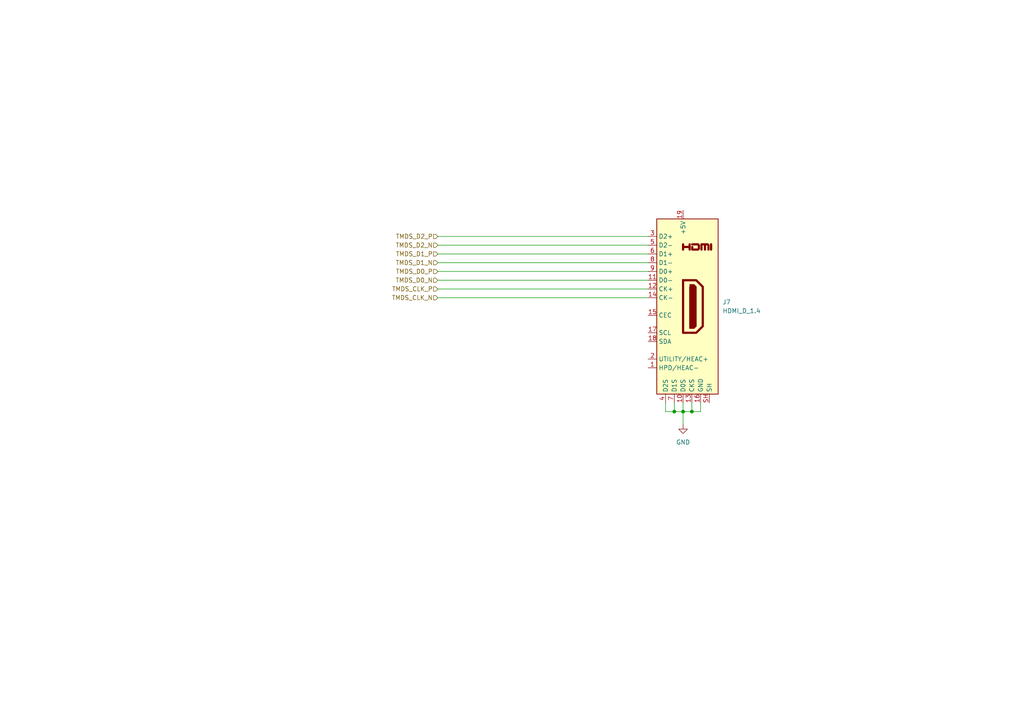
<source format=kicad_sch>
(kicad_sch (version 20250114) (generator "eeschema") (generator_version "9.0")
  (paper "A4")
  (lib_symbols
    (symbol "Connector:HDMI_D_1.4"
      (property "Reference" "J" (at -6.35 26.67 0))
      (property "Value" "HDMI_D_1.4" (at 10.16 26.67 0))
      (symbol "HDMI_D_1.4_0_0"
        (polyline (pts (xy 0 16.51) (xy 0 18.034) (xy 0 17.272) (xy 1.905 17.272) (xy 1.905 18.034) (xy 1.905 16.51)) (stroke (width 0.635)))
        (polyline (pts (xy 2.667 18.034) (xy 4.318 18.034) (xy 4.572 17.78) (xy 4.572 16.764) (xy 4.318 16.51) (xy 2.667 16.51) (xy 2.667 17.272)) (stroke (width 0.635)))
        (polyline (pts (xy 8.128 16.51) (xy 8.128 18.034)) (stroke (width 0.635)))
      )
      (symbol "HDMI_D_1.4_0_1"
        (rectangle (start -7.62 25.4) (end 10.16 -25.4) (stroke (width 0.254)) (fill (type background)))
        (polyline (pts (xy 0 7.62) (xy 3.81 7.62) (xy 5.715 5.715) (xy 5.715 -5.715) (xy 3.81 -7.62) (xy 0 -7.62) (xy 0 7.62)) (stroke (width 0.635)))
        (polyline (pts (xy 1.905 6.35) (xy 3.175 6.35) (xy 3.81 5.715) (xy 3.81 -5.715) (xy 3.175 -6.35) (xy 1.905 -6.35) (xy 1.905 5.715)) (stroke (width 0.254)) (fill (type outline)))
        (polyline (pts (xy 5.334 16.51) (xy 5.334 18.034) (xy 6.35 18.034) (xy 6.35 16.51) (xy 6.35 18.034) (xy 7.112 18.034) (xy 7.366 17.78) (xy 7.366 16.51)) (stroke (width 0.635)))
      )
      (symbol "HDMI_D_1.4_1_1"
        (pin passive line (at -10.16 20.32 0) (length 2.54) (name "D2+") (number "3"))
        (pin passive line (at -10.16 17.78 0) (length 2.54) (name "D2-") (number "5"))
        (pin passive line (at -10.16 15.24 0) (length 2.54) (name "D1+") (number "6"))
        (pin passive line (at -10.16 12.7 0) (length 2.54) (name "D1-") (number "8"))
        (pin passive line (at -10.16 10.16 0) (length 2.54) (name "D0+") (number "9"))
        (pin passive line (at -10.16 7.62 0) (length 2.54) (name "D0-") (number "11"))
        (pin passive line (at -10.16 5.08 0) (length 2.54) (name "CK+") (number "12"))
        (pin passive line (at -10.16 2.54 0) (length 2.54) (name "CK-") (number "14"))
        (pin bidirectional line (at -10.16 -2.54 0) (length 2.54) (name "CEC") (number "15"))
        (pin passive line (at -10.16 -7.62 0) (length 2.54) (name "SCL") (number "17"))
        (pin bidirectional line (at -10.16 -10.16 0) (length 2.54) (name "SDA") (number "18"))
        (pin passive line (at -10.16 -15.24 0) (length 2.54) (name "UTILITY/HEAC+") (number "2"))
        (pin passive line (at -10.16 -17.78 0) (length 2.54) (name "HPD/HEAC-") (number "1"))
        (pin power_in line (at -5.08 -27.94 90) (length 2.54) (name "D2S") (number "4"))
        (pin power_in line (at -2.54 -27.94 90) (length 2.54) (name "D1S") (number "7"))
        (pin power_in line (at 0 27.94 270) (length 2.54) (name "+5V") (number "19"))
        (pin power_in line (at 0 -27.94 90) (length 2.54) (name "D0S") (number "10"))
        (pin power_in line (at 2.54 -27.94 90) (length 2.54) (name "CKS") (number "13"))
        (pin power_in line (at 5.08 -27.94 90) (length 2.54) (name "GND") (number "16"))
        (pin passive line (at 7.62 -27.94 90) (length 2.54) (name "SH") (number "SH"))
      )
    )
    (symbol "power:GND" (power) (pin_names (offset 0))
      (property "Value" "GND" (at 0 -3.81 0))
      (symbol "GND_0_1"
        (polyline (pts (xy 0 0) (xy 0 -1.27) (xy 1.27 -1.27) (xy 0 -2.54) (xy -1.27 -1.27) (xy 0 -1.27)))
      )
      (symbol "GND_1_1"
        (pin power_in line (at 0 0 270) (length 0) (hide yes) (name "GND") (number "1"))
      )
    )
  )
  (junction (at 195.58 119.38))
  (junction (at 200.66 119.38))
  (junction (at 198.12 119.38))
  (wire (pts (xy 200.66 119.38) (xy 203.2 119.38)))
  (wire (pts (xy 200.66 116.84) (xy 200.66 119.38)))
  (wire (pts (xy 203.2 119.38) (xy 203.2 116.84)))
  (wire (pts (xy 198.12 119.38) (xy 200.66 119.38)))
  (wire (pts (xy 127 71.12) (xy 187.96 71.12)))
  (wire (pts (xy 193.04 116.84) (xy 193.04 119.38)))
  (wire (pts (xy 195.58 116.84) (xy 195.58 119.38)))
  (wire (pts (xy 127 78.74) (xy 187.96 78.74)))
  (wire (pts (xy 127 83.82) (xy 187.96 83.82)))
  (wire (pts (xy 127 86.36) (xy 187.96 86.36)))
  (wire (pts (xy 198.12 116.84) (xy 198.12 119.38)))
  (wire (pts (xy 127 81.28) (xy 187.96 81.28)))
  (wire (pts (xy 127 76.2) (xy 187.96 76.2)))
  (wire (pts (xy 127 73.66) (xy 187.96 73.66)))
  (wire (pts (xy 198.12 119.38) (xy 198.12 123.19)))
  (wire (pts (xy 127 68.58) (xy 187.96 68.58)))
  (wire (pts (xy 195.58 119.38) (xy 198.12 119.38)))
  (wire (pts (xy 193.04 119.38) (xy 195.58 119.38)))
  (hierarchical_label "TMDS_D1_N" (shape input) (at 127 76.2 180))
  (hierarchical_label "TMDS_D2_P" (shape input) (at 127 68.58 180))
  (hierarchical_label "TMDS_D2_N" (shape input) (at 127 71.12 180))
  (hierarchical_label "TMDS_CLK_N" (shape input) (at 127 86.36 180))
  (hierarchical_label "TMDS_CLK_P" (shape input) (at 127 83.82 180))
  (hierarchical_label "TMDS_D1_P" (shape input) (at 127 73.66 180))
  (hierarchical_label "TMDS_D0_P" (shape input) (at 127 78.74 180))
  (hierarchical_label "TMDS_D0_N" (shape input) (at 127 81.28 180))
  (symbol (lib_id "power:GND") (at 198.12 123.19 0) (unit 1)
    (property "Reference" "#PWR0183" (effects (hide yes)))
    (property "Value" "GND" (at 198.12 128.27 0))
    (property "Description" "Power symbol creates a global label with name \"GND\" , ground" (effects (hide yes)))
  )
  (symbol (lib_id "Connector:HDMI_D_1.4") (at 198.12 88.9 0) (unit 1)
    (property "Reference" "J7" (at 209.55 87.6299 0) (effects (justify left)))
    (property "Value" "HDMI_D_1.4" (at 209.55 90.1699 0) (effects (justify left)))
    (property "Footprint" "foot-ppa-passive:HDMI_Micro-D_Molex_46765-1x01" (effects (hide yes)))
    (property "Datasheet" "http://pinoutguide.com/PortableDevices/micro_hdmi_type_d_pinout.shtml" (effects (hide yes)))
    (property "Description" "HDMI 1.4+ type D connector" (effects (hide yes)))
    (property "JLCPCB Part #" "C563878" (effects (hide yes)))
  )
)
</source>
